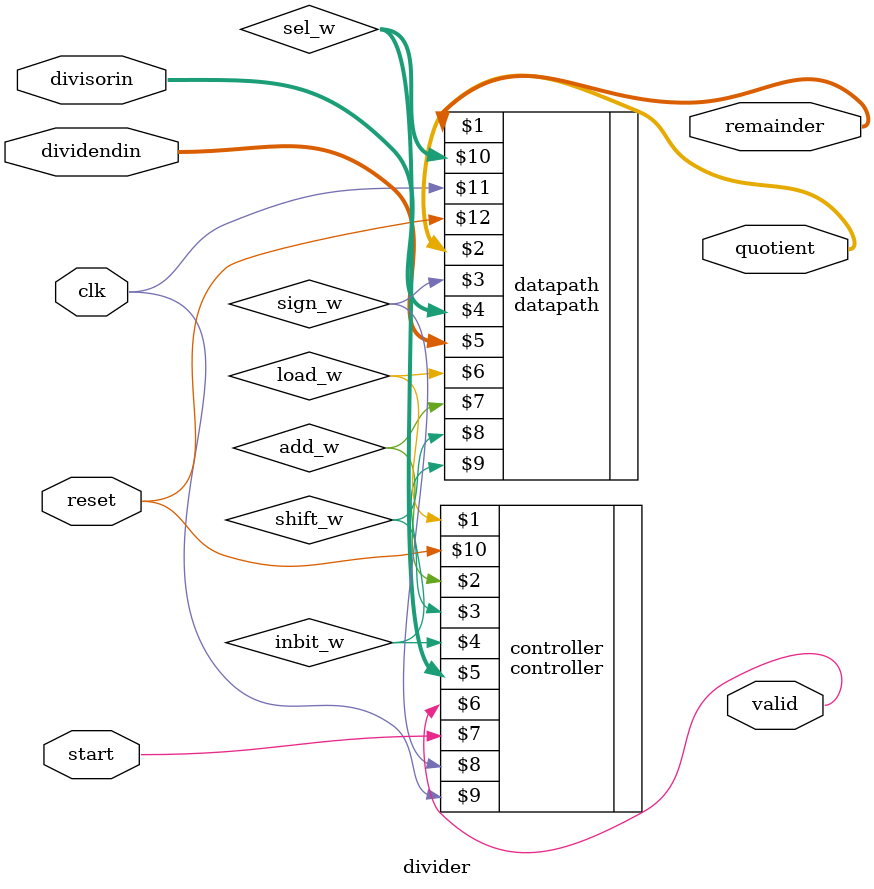
<source format=v>


module divider(
         remainder,
         quotient,
	 valid,
         divisorin,
         dividendin,
         start,
         clk,
         reset);

output [6:0] remainder;
output [7:0] quotient;
output valid;  
input [6:0] divisorin;
input [7:0] dividendin;
input start;
input clk;
input reset;

wire load_w;
wire add_w;
wire sign_w;
wire [1:0] sel_w;
wire shift_w;
wire inbit_w;

// Structural Description
controller controller(	load_w,		// output
						add_w,		// output
						shift_w,		// output
						inbit_w,		// output
						sel_w,		// output (2 bits)
						valid,		// output
						start,		// input
						sign_w, 		// input
						clk,		// clock input
						reset);		// async reset

datapath datapath(	remainder,		// output (7 bits)
					quotient, 		// output (8 bits)
					sign_w,			// output 
					divisorin,		// input (7 bits)
					dividendin,		// input (8 bits)
					load_w,			// input
					add_w,			// input
					shift_w,			// input
					inbit_w,			// input
					sel_w,			// input (2 bits)
					clk,			// clock input
					reset);			// async reset 

endmodule

</source>
